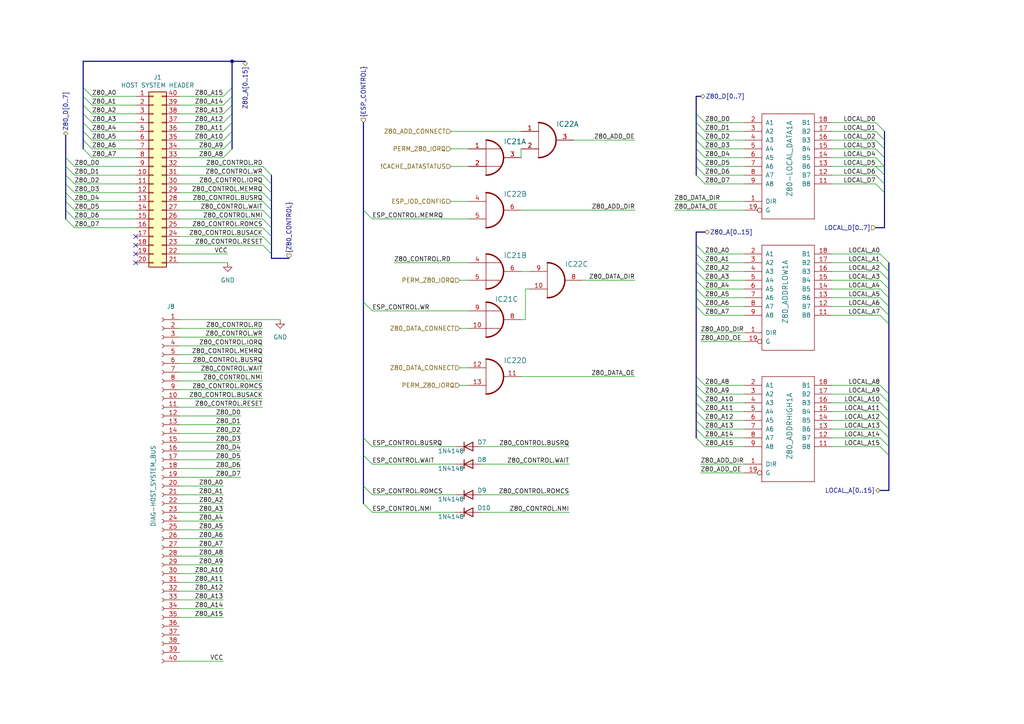
<source format=kicad_sch>
(kicad_sch (version 20230121) (generator eeschema)
  (paper "A4")
  (lib_symbols
    (symbol "Connector_Generic:Conn_02x20_Counter_Clockwise" (pin_names (offset 1.016) hide)
      (property "Reference" "J" (at 1.27 25.4 0))
      (property "Value" "Conn_02x20_Counter_Clockwise" (at 1.27 -27.94 0))
      (symbol "Conn_02x20_Counter_Clockwise_1_1"
        (pin passive line (at -5.08 22.86 0) (length 3.81) (name "Pin_1") (number "1"))
        (pin passive line (at -5.08 0 0) (length 3.81) (name "Pin_10") (number "10"))
        (pin passive line (at -5.08 -2.54 0) (length 3.81) (name "Pin_11") (number "11"))
        (pin passive line (at -5.08 -5.08 0) (length 3.81) (name "Pin_12") (number "12"))
        (pin passive line (at -5.08 -7.62 0) (length 3.81) (name "Pin_13") (number "13"))
        (pin passive line (at -5.08 -10.16 0) (length 3.81) (name "Pin_14") (number "14"))
        (pin passive line (at -5.08 -12.7 0) (length 3.81) (name "Pin_15") (number "15"))
        (pin passive line (at -5.08 -15.24 0) (length 3.81) (name "Pin_16") (number "16"))
        (pin passive line (at -5.08 -17.78 0) (length 3.81) (name "Pin_17") (number "17"))
        (pin passive line (at -5.08 -20.32 0) (length 3.81) (name "Pin_18") (number "18"))
        (pin passive line (at -5.08 -22.86 0) (length 3.81) (name "Pin_19") (number "19"))
        (pin passive line (at -5.08 20.32 0) (length 3.81) (name "Pin_2") (number "2"))
        (pin passive line (at -5.08 -25.4 0) (length 3.81) (name "Pin_20") (number "20"))
        (pin passive line (at 7.62 -25.4 180) (length 3.81) (name "Pin_21") (number "21"))
        (pin passive line (at 7.62 -22.86 180) (length 3.81) (name "Pin_22") (number "22"))
        (pin passive line (at 7.62 -20.32 180) (length 3.81) (name "Pin_23") (number "23"))
        (pin passive line (at 7.62 -17.78 180) (length 3.81) (name "Pin_24") (number "24"))
        (pin passive line (at 7.62 -15.24 180) (length 3.81) (name "Pin_25") (number "25"))
        (pin passive line (at 7.62 -12.7 180) (length 3.81) (name "Pin_26") (number "26"))
        (pin passive line (at 7.62 -10.16 180) (length 3.81) (name "Pin_27") (number "27"))
        (pin passive line (at 7.62 -7.62 180) (length 3.81) (name "Pin_28") (number "28"))
        (pin passive line (at 7.62 -5.08 180) (length 3.81) (name "Pin_29") (number "29"))
        (pin passive line (at -5.08 17.78 0) (length 3.81) (name "Pin_3") (number "3"))
        (pin passive line (at 7.62 -2.54 180) (length 3.81) (name "Pin_30") (number "30"))
        (pin passive line (at 7.62 0 180) (length 3.81) (name "Pin_31") (number "31"))
        (pin passive line (at 7.62 2.54 180) (length 3.81) (name "Pin_32") (number "32"))
        (pin passive line (at 7.62 5.08 180) (length 3.81) (name "Pin_33") (number "33"))
        (pin passive line (at 7.62 7.62 180) (length 3.81) (name "Pin_34") (number "34"))
        (pin passive line (at 7.62 10.16 180) (length 3.81) (name "Pin_35") (number "35"))
        (pin passive line (at 7.62 12.7 180) (length 3.81) (name "Pin_36") (number "36"))
        (pin passive line (at 7.62 15.24 180) (length 3.81) (name "Pin_37") (number "37"))
        (pin passive line (at 7.62 17.78 180) (length 3.81) (name "Pin_38") (number "38"))
        (pin passive line (at 7.62 20.32 180) (length 3.81) (name "Pin_39") (number "39"))
        (pin passive line (at -5.08 15.24 0) (length 3.81) (name "Pin_4") (number "4"))
        (pin passive line (at 7.62 22.86 180) (length 3.81) (name "Pin_40") (number "40"))
        (pin passive line (at -5.08 12.7 0) (length 3.81) (name "Pin_5") (number "5"))
        (pin passive line (at -5.08 10.16 0) (length 3.81) (name "Pin_6") (number "6"))
        (pin passive line (at -5.08 7.62 0) (length 3.81) (name "Pin_7") (number "7"))
        (pin passive line (at -5.08 5.08 0) (length 3.81) (name "Pin_8") (number "8"))
        (pin passive line (at -5.08 2.54 0) (length 3.81) (name "Pin_9") (number "9"))
      )
    )
    (symbol "Device:D" (pin_numbers hide) (pin_names (offset 1.016) hide)
      (property "Reference" "D" (at 0 2.54 0))
      (property "Value" "D" (at 0 -2.54 0))
      (symbol "D_1_1"
        (pin passive line (at -3.81 0 0) (length 2.54) (name "K") (number "1"))
        (pin passive line (at 3.81 0 180) (length 2.54) (name "A") (number "2"))
      )
    )
    (symbol "FujiNet_Z80Bus_Reference-rescue:7408N-Z80Decoder-eagle-import" (pin_names (offset 1.016))
      (property "Reference" "IC" (at -0.635 -0.635 0))
      (symbol "7408N-Z80Decoder-eagle-import_1_0"
        (pin input line (at -7.62 2.54 0) (length 5.08) (name "I0") (number "1"))
        (pin input line (at -7.62 -2.54 0) (length 5.08) (name "I1") (number "2"))
        (pin output line (at 7.62 0 180) (length 5.08) (name "O") (number "3"))
      )
      (symbol "7408N-Z80Decoder-eagle-import_2_0"
        (pin input line (at -7.62 2.54 0) (length 5.08) (name "I0") (number "4"))
        (pin input line (at -7.62 -2.54 0) (length 5.08) (name "I1") (number "5"))
        (pin output line (at 7.62 0 180) (length 5.08) (name "O") (number "6"))
      )
      (symbol "7408N-Z80Decoder-eagle-import_3_0"
        (pin input line (at -7.62 -2.54 0) (length 5.08) (name "I1") (number "10"))
        (pin output line (at 7.62 0 180) (length 5.08) (name "O") (number "8"))
        (pin input line (at -7.62 2.54 0) (length 5.08) (name "I0") (number "9"))
      )
      (symbol "7408N-Z80Decoder-eagle-import_4_0"
        (pin output line (at 7.62 0 180) (length 5.08) (name "O") (number "11"))
        (pin input line (at -7.62 2.54 0) (length 5.08) (name "I0") (number "12"))
        (pin input line (at -7.62 -2.54 0) (length 5.08) (name "I1") (number "13"))
      )
      (symbol "7408N-Z80Decoder-eagle-import_5_0"
        (text "GND" (at 1.905 -5.842 900) (effects (font (size 1.0668 1.0668)) (justify left bottom)))
        (text "VCC" (at 1.905 2.54 900) (effects (font (size 1.0668 1.0668)) (justify left bottom)))
        (pin power_in line (at 0 7.62 270) (length 5.08) (name "VCC") (number "14"))
        (pin power_in line (at 0 -7.62 90) (length 5.08) (name "GND") (number "7"))
      )
    )
    (symbol "FujiNet_Z80Bus_Reference-rescue:74245N-Z80Decoder-eagle-import" (pin_names (offset 1.016))
      (property "Reference" "IC" (at -0.635 -0.635 0))
      (symbol "74245N-Z80Decoder-eagle-import_1_0"
        (pin input line (at -12.7 -10.16 0) (length 5.08) (name "DIR") (number "1"))
        (pin bidirectional line (at 12.7 -5.08 180) (length 5.08) (name "B8") (number "11"))
        (pin bidirectional line (at 12.7 -2.54 180) (length 5.08) (name "B7") (number "12"))
        (pin bidirectional line (at 12.7 0 180) (length 5.08) (name "B6") (number "13"))
        (pin bidirectional line (at 12.7 2.54 180) (length 5.08) (name "B5") (number "14"))
        (pin bidirectional line (at 12.7 5.08 180) (length 5.08) (name "B4") (number "15"))
        (pin bidirectional line (at 12.7 7.62 180) (length 5.08) (name "B3") (number "16"))
        (pin bidirectional line (at 12.7 10.16 180) (length 5.08) (name "B2") (number "17"))
        (pin bidirectional line (at 12.7 12.7 180) (length 5.08) (name "B1") (number "18"))
        (pin input inverted (at -12.7 -12.7 0) (length 5.08) (name "G") (number "19"))
        (pin bidirectional line (at -12.7 12.7 0) (length 5.08) (name "A1") (number "2"))
        (pin bidirectional line (at -12.7 10.16 0) (length 5.08) (name "A2") (number "3"))
        (pin bidirectional line (at -12.7 7.62 0) (length 5.08) (name "A3") (number "4"))
        (pin bidirectional line (at -12.7 5.08 0) (length 5.08) (name "A4") (number "5"))
        (pin bidirectional line (at -12.7 2.54 0) (length 5.08) (name "A5") (number "6"))
        (pin bidirectional line (at -12.7 0 0) (length 5.08) (name "A6") (number "7"))
        (pin bidirectional line (at -12.7 -2.54 0) (length 5.08) (name "A7") (number "8"))
        (pin bidirectional line (at -12.7 -5.08 0) (length 5.08) (name "A8") (number "9"))
      )
      (symbol "74245N-Z80Decoder-eagle-import_2_0"
        (text "GND" (at 1.905 -5.842 900) (effects (font (size 1.0668 1.0668)) (justify left bottom)))
        (text "VCC" (at 1.905 2.54 900) (effects (font (size 1.0668 1.0668)) (justify left bottom)))
        (pin power_in line (at 0 -7.62 90) (length 5.08) (name "GND") (number "10"))
        (pin power_in line (at 0 7.62 270) (length 5.08) (name "VCC") (number "20"))
      )
    )
    (symbol "FujiNet_Z80Bus_Reference-rescue:7432N-Z80Decoder-eagle-import" (pin_names (offset 1.016))
      (property "Reference" "IC" (at -0.635 -0.635 0))
      (symbol "7432N-Z80Decoder-eagle-import_1_0"
        (pin input line (at -7.62 2.54 0) (length 5.08) (name "I0") (number "1"))
        (pin input line (at -7.62 -2.54 0) (length 5.08) (name "I1") (number "2"))
        (pin output line (at 7.62 0 180) (length 5.08) (name "O") (number "3"))
      )
      (symbol "7432N-Z80Decoder-eagle-import_2_0"
        (pin input line (at -7.62 2.54 0) (length 5.08) (name "I0") (number "4"))
        (pin input line (at -7.62 -2.54 0) (length 5.08) (name "I1") (number "5"))
        (pin output line (at 7.62 0 180) (length 5.08) (name "O") (number "6"))
      )
      (symbol "7432N-Z80Decoder-eagle-import_3_0"
        (pin input line (at -7.62 -2.54 0) (length 5.08) (name "I1") (number "10"))
        (pin output line (at 7.62 0 180) (length 5.08) (name "O") (number "8"))
        (pin input line (at -7.62 2.54 0) (length 5.08) (name "I0") (number "9"))
      )
      (symbol "7432N-Z80Decoder-eagle-import_4_0"
        (pin output line (at 7.62 0 180) (length 5.08) (name "O") (number "11"))
        (pin input line (at -7.62 2.54 0) (length 5.08) (name "I0") (number "12"))
        (pin input line (at -7.62 -2.54 0) (length 5.08) (name "I1") (number "13"))
      )
      (symbol "7432N-Z80Decoder-eagle-import_5_0"
        (text "GND" (at 1.905 -5.842 900) (effects (font (size 1.0668 1.0668)) (justify left bottom)))
        (text "VCC" (at 1.905 2.54 900) (effects (font (size 1.0668 1.0668)) (justify left bottom)))
        (pin power_in line (at 0 7.62 270) (length 5.08) (name "VCC") (number "14"))
        (pin power_in line (at 0 -7.62 90) (length 5.08) (name "GND") (number "7"))
      )
    )
    (symbol "FujiNet_Z80Bus_Reference-rescue:Conn_01x40_Female-Connector" (pin_names (offset 1.016) hide)
      (property "Reference" "J" (at 0 50.8 0))
      (property "Value" "Connector_Conn_01x40_Female" (at 0 -53.34 0))
      (symbol "Conn_01x40_Female-Connector_1_1"
        (pin passive line (at -5.08 48.26 0) (length 3.81) (name "Pin_1") (number "1"))
        (pin passive line (at -5.08 25.4 0) (length 3.81) (name "Pin_10") (number "10"))
        (pin passive line (at -5.08 22.86 0) (length 3.81) (name "Pin_11") (number "11"))
        (pin passive line (at -5.08 20.32 0) (length 3.81) (name "Pin_12") (number "12"))
        (pin passive line (at -5.08 17.78 0) (length 3.81) (name "Pin_13") (number "13"))
        (pin passive line (at -5.08 15.24 0) (length 3.81) (name "Pin_14") (number "14"))
        (pin passive line (at -5.08 12.7 0) (length 3.81) (name "Pin_15") (number "15"))
        (pin passive line (at -5.08 10.16 0) (length 3.81) (name "Pin_16") (number "16"))
        (pin passive line (at -5.08 7.62 0) (length 3.81) (name "Pin_17") (number "17"))
        (pin passive line (at -5.08 5.08 0) (length 3.81) (name "Pin_18") (number "18"))
        (pin passive line (at -5.08 2.54 0) (length 3.81) (name "Pin_19") (number "19"))
        (pin passive line (at -5.08 45.72 0) (length 3.81) (name "Pin_2") (number "2"))
        (pin passive line (at -5.08 0 0) (length 3.81) (name "Pin_20") (number "20"))
        (pin passive line (at -5.08 -2.54 0) (length 3.81) (name "Pin_21") (number "21"))
        (pin passive line (at -5.08 -5.08 0) (length 3.81) (name "Pin_22") (number "22"))
        (pin passive line (at -5.08 -7.62 0) (length 3.81) (name "Pin_23") (number "23"))
        (pin passive line (at -5.08 -10.16 0) (length 3.81) (name "Pin_24") (number "24"))
        (pin passive line (at -5.08 -12.7 0) (length 3.81) (name "Pin_25") (number "25"))
        (pin passive line (at -5.08 -15.24 0) (length 3.81) (name "Pin_26") (number "26"))
        (pin passive line (at -5.08 -17.78 0) (length 3.81) (name "Pin_27") (number "27"))
        (pin passive line (at -5.08 -20.32 0) (length 3.81) (name "Pin_28") (number "28"))
        (pin passive line (at -5.08 -22.86 0) (length 3.81) (name "Pin_29") (number "29"))
        (pin passive line (at -5.08 43.18 0) (length 3.81) (name "Pin_3") (number "3"))
        (pin passive line (at -5.08 -25.4 0) (length 3.81) (name "Pin_30") (number "30"))
        (pin passive line (at -5.08 -27.94 0) (length 3.81) (name "Pin_31") (number "31"))
        (pin passive line (at -5.08 -30.48 0) (length 3.81) (name "Pin_32") (number "32"))
        (pin passive line (at -5.08 -33.02 0) (length 3.81) (name "Pin_33") (number "33"))
        (pin passive line (at -5.08 -35.56 0) (length 3.81) (name "Pin_34") (number "34"))
        (pin passive line (at -5.08 -38.1 0) (length 3.81) (name "Pin_35") (number "35"))
        (pin passive line (at -5.08 -40.64 0) (length 3.81) (name "Pin_36") (number "36"))
        (pin passive line (at -5.08 -43.18 0) (length 3.81) (name "Pin_37") (number "37"))
        (pin passive line (at -5.08 -45.72 0) (length 3.81) (name "Pin_38") (number "38"))
        (pin passive line (at -5.08 -48.26 0) (length 3.81) (name "Pin_39") (number "39"))
        (pin passive line (at -5.08 40.64 0) (length 3.81) (name "Pin_4") (number "4"))
        (pin passive line (at -5.08 -50.8 0) (length 3.81) (name "Pin_40") (number "40"))
        (pin passive line (at -5.08 38.1 0) (length 3.81) (name "Pin_5") (number "5"))
        (pin passive line (at -5.08 35.56 0) (length 3.81) (name "Pin_6") (number "6"))
        (pin passive line (at -5.08 33.02 0) (length 3.81) (name "Pin_7") (number "7"))
        (pin passive line (at -5.08 30.48 0) (length 3.81) (name "Pin_8") (number "8"))
        (pin passive line (at -5.08 27.94 0) (length 3.81) (name "Pin_9") (number "9"))
      )
    )
    (symbol "power:GND" (power) (pin_names (offset 0))
      (property "Value" "GND" (at 0 -3.81 0))
      (symbol "GND_1_1"
        (pin power_in line (at 0 0 270) (length 0) hide (name "GND") (number "1"))
      )
    )
  )
  (junction (at 67.31 17.78))
  (no_connect (at 39.37 73.66))
  (no_connect (at 39.37 68.58))
  (no_connect (at 39.37 71.12))
  (no_connect (at 39.37 76.2))
  (bus_entry (at 254 40.64) (size 2.54 2.54))
  (bus_entry (at 255.27 83.82) (size 2.54 2.54))
  (bus_entry (at 19.05 48.26) (size 2.54 2.54))
  (bus_entry (at 67.31 35.56) (size -2.54 2.54))
  (bus_entry (at 105.41 132.08) (size 2.54 2.54))
  (bus_entry (at 67.31 30.48) (size -2.54 2.54))
  (bus_entry (at 76.2 60.96) (size 2.54 2.54))
  (bus_entry (at 201.93 38.1) (size 2.54 2.54))
  (bus_entry (at 201.93 86.36) (size 2.54 2.54))
  (bus_entry (at 254 35.56) (size 2.54 2.54))
  (bus_entry (at 76.2 50.8) (size 2.54 2.54))
  (bus_entry (at 105.41 60.96) (size 2.54 2.54))
  (bus_entry (at 201.93 35.56) (size 2.54 2.54))
  (bus_entry (at 19.05 53.34) (size 2.54 2.54))
  (bus_entry (at 255.27 81.28) (size 2.54 2.54))
  (bus_entry (at 24.13 33.02) (size 2.54 2.54))
  (bus_entry (at 255.27 78.74) (size 2.54 2.54))
  (bus_entry (at 67.31 25.4) (size -2.54 2.54))
  (bus_entry (at 24.13 25.4) (size 2.54 2.54))
  (bus_entry (at 76.2 63.5) (size 2.54 2.54))
  (bus_entry (at 21.59 60.96) (size -2.54 -2.54))
  (bus_entry (at 201.93 88.9) (size 2.54 2.54))
  (bus_entry (at 201.93 76.2) (size 2.54 2.54))
  (bus_entry (at 67.31 33.02) (size -2.54 2.54))
  (bus_entry (at 105.41 146.05) (size 2.54 2.54))
  (bus_entry (at 255.27 73.66) (size 2.54 2.54))
  (bus_entry (at 67.31 38.1) (size -2.54 2.54))
  (bus_entry (at 254 43.18) (size 2.54 2.54))
  (bus_entry (at 255.27 86.36) (size 2.54 2.54))
  (bus_entry (at 255.27 91.44) (size 2.54 2.54))
  (bus_entry (at 255.27 124.46) (size 2.54 2.54))
  (bus_entry (at 255.27 88.9) (size 2.54 2.54))
  (bus_entry (at 201.93 50.8) (size 2.54 2.54))
  (bus_entry (at 76.2 58.42) (size 2.54 2.54))
  (bus_entry (at 201.93 78.74) (size 2.54 2.54))
  (bus_entry (at 201.93 114.3) (size 2.54 2.54))
  (bus_entry (at 255.27 76.2) (size 2.54 2.54))
  (bus_entry (at 254 45.72) (size 2.54 2.54))
  (bus_entry (at 76.2 71.12) (size 2.54 2.54))
  (bus_entry (at 105.41 127) (size 2.54 2.54))
  (bus_entry (at 254 38.1) (size 2.54 2.54))
  (bus_entry (at 254 48.26) (size 2.54 2.54))
  (bus_entry (at 255.27 129.54) (size 2.54 2.54))
  (bus_entry (at 24.13 27.94) (size 2.54 2.54))
  (bus_entry (at 24.13 38.1) (size 2.54 2.54))
  (bus_entry (at 201.93 121.92) (size 2.54 2.54))
  (bus_entry (at 201.93 127) (size 2.54 2.54))
  (bus_entry (at 255.27 127) (size 2.54 2.54))
  (bus_entry (at 19.05 63.5) (size 2.54 2.54))
  (bus_entry (at 76.2 66.04) (size 2.54 2.54))
  (bus_entry (at 201.93 83.82) (size 2.54 2.54))
  (bus_entry (at 254 53.34) (size 2.54 2.54))
  (bus_entry (at 105.41 87.63) (size 2.54 2.54))
  (bus_entry (at 76.2 55.88) (size 2.54 2.54))
  (bus_entry (at 201.93 81.28) (size 2.54 2.54))
  (bus_entry (at 201.93 43.18) (size 2.54 2.54))
  (bus_entry (at 201.93 111.76) (size 2.54 2.54))
  (bus_entry (at 19.05 60.96) (size 2.54 2.54))
  (bus_entry (at 24.13 30.48) (size 2.54 2.54))
  (bus_entry (at 201.93 45.72) (size 2.54 2.54))
  (bus_entry (at 201.93 71.12) (size 2.54 2.54))
  (bus_entry (at 255.27 114.3) (size 2.54 2.54))
  (bus_entry (at 21.59 48.26) (size -2.54 -2.54))
  (bus_entry (at 255.27 121.92) (size 2.54 2.54))
  (bus_entry (at 76.2 48.26) (size 2.54 2.54))
  (bus_entry (at 255.27 116.84) (size 2.54 2.54))
  (bus_entry (at 254 50.8) (size 2.54 2.54))
  (bus_entry (at 67.31 40.64) (size -2.54 2.54))
  (bus_entry (at 201.93 116.84) (size 2.54 2.54))
  (bus_entry (at 201.93 40.64) (size 2.54 2.54))
  (bus_entry (at 67.31 43.18) (size -2.54 2.54))
  (bus_entry (at 67.31 27.94) (size -2.54 2.54))
  (bus_entry (at 201.93 124.46) (size 2.54 2.54))
  (bus_entry (at 24.13 43.18) (size 2.54 2.54))
  (bus_entry (at 105.41 140.97) (size 2.54 2.54))
  (bus_entry (at 201.93 33.02) (size 2.54 2.54))
  (bus_entry (at 201.93 48.26) (size 2.54 2.54))
  (bus_entry (at 24.13 40.64) (size 2.54 2.54))
  (bus_entry (at 24.13 35.56) (size 2.54 2.54))
  (bus_entry (at 201.93 119.38) (size 2.54 2.54))
  (bus_entry (at 76.2 68.58) (size 2.54 2.54))
  (bus_entry (at 21.59 58.42) (size -2.54 -2.54))
  (bus_entry (at 201.93 109.22) (size 2.54 2.54))
  (bus_entry (at 21.59 53.34) (size -2.54 -2.54))
  (bus_entry (at 255.27 111.76) (size 2.54 2.54))
  (bus_entry (at 76.2 53.34) (size 2.54 2.54))
  (bus_entry (at 255.27 119.38) (size 2.54 2.54))
  (bus_entry (at 201.93 73.66) (size 2.54 2.54))
  (wire (pts (xy 52.07 113.03) (xy 76.2 113.03)))
  (wire (pts (xy 241.3 86.36) (xy 255.27 86.36)))
  (wire (pts (xy 52.07 125.73) (xy 69.85 125.73)))
  (bus (pts (xy 256.54 40.64) (xy 256.54 43.18)))
  (bus (pts (xy 201.93 71.12) (xy 201.93 73.66)))
  (bus (pts (xy 67.31 25.4) (xy 67.31 27.94)))
  (wire (pts (xy 241.3 53.34) (xy 254 53.34)))
  (bus (pts (xy 78.74 53.34) (xy 78.74 55.88)))
  (wire (pts (xy 241.3 116.84) (xy 255.27 116.84)))
  (wire (pts (xy 76.2 50.8) (xy 52.07 50.8)))
  (wire (pts (xy 52.07 138.43) (xy 69.85 138.43)))
  (wire (pts (xy 215.9 38.1) (xy 204.47 38.1)))
  (wire (pts (xy 26.67 30.48) (xy 39.37 30.48)))
  (wire (pts (xy 215.9 40.64) (xy 204.47 40.64)))
  (wire (pts (xy 107.95 134.62) (xy 132.08 134.62)))
  (wire (pts (xy 241.3 124.46) (xy 255.27 124.46)))
  (wire (pts (xy 52.07 115.57) (xy 76.2 115.57)))
  (wire (pts (xy 215.9 99.06) (xy 203.2 99.06)))
  (wire (pts (xy 76.2 58.42) (xy 52.07 58.42)))
  (wire (pts (xy 52.07 173.99) (xy 64.77 173.99)))
  (wire (pts (xy 241.3 111.76) (xy 255.27 111.76)))
  (bus (pts (xy 257.81 91.44) (xy 257.81 93.98)))
  (wire (pts (xy 133.35 111.76) (xy 135.89 111.76)))
  (bus (pts (xy 256.54 55.88) (xy 256.54 66.04)))
  (bus (pts (xy 78.74 63.5) (xy 78.74 66.04)))
  (wire (pts (xy 215.9 73.66) (xy 204.47 73.66)))
  (wire (pts (xy 135.89 63.5) (xy 107.95 63.5)))
  (bus (pts (xy 201.93 38.1) (xy 201.93 40.64)))
  (wire (pts (xy 66.04 73.66) (xy 52.07 73.66)))
  (wire (pts (xy 39.37 38.1) (xy 26.67 38.1)))
  (bus (pts (xy 19.05 45.72) (xy 19.05 48.26)))
  (bus (pts (xy 257.81 78.74) (xy 257.81 81.28)))
  (wire (pts (xy 215.9 124.46) (xy 204.47 124.46)))
  (bus (pts (xy 257.81 142.24) (xy 255.27 142.24)))
  (bus (pts (xy 78.74 55.88) (xy 78.74 58.42)))
  (wire (pts (xy 241.3 121.92) (xy 255.27 121.92)))
  (bus (pts (xy 19.05 60.96) (xy 19.05 63.5)))
  (bus (pts (xy 105.41 140.97) (xy 105.41 146.05)))
  (bus (pts (xy 201.93 83.82) (xy 201.93 86.36)))
  (wire (pts (xy 151.13 78.74) (xy 153.67 78.74)))
  (bus (pts (xy 201.93 124.46) (xy 201.93 127)))
  (wire (pts (xy 52.07 128.27) (xy 69.85 128.27)))
  (wire (pts (xy 215.9 121.92) (xy 204.47 121.92)))
  (wire (pts (xy 39.37 45.72) (xy 26.67 45.72)))
  (wire (pts (xy 52.07 168.91) (xy 64.77 168.91)))
  (wire (pts (xy 64.77 143.51) (xy 52.07 143.51)))
  (bus (pts (xy 24.13 35.56) (xy 24.13 38.1)))
  (bus (pts (xy 24.13 33.02) (xy 24.13 35.56)))
  (wire (pts (xy 66.04 76.2) (xy 52.07 76.2)))
  (bus (pts (xy 67.31 38.1) (xy 67.31 40.64)))
  (wire (pts (xy 107.95 129.54) (xy 132.08 129.54)))
  (bus (pts (xy 24.13 38.1) (xy 24.13 40.64)))
  (bus (pts (xy 67.31 17.78) (xy 67.31 25.4)))
  (bus (pts (xy 19.05 55.88) (xy 19.05 58.42)))
  (bus (pts (xy 257.81 116.84) (xy 257.81 119.38)))
  (bus (pts (xy 256.54 53.34) (xy 256.54 55.88)))
  (bus (pts (xy 257.81 129.54) (xy 257.81 132.08)))
  (wire (pts (xy 52.07 133.35) (xy 69.85 133.35)))
  (bus (pts (xy 24.13 27.94) (xy 24.13 30.48)))
  (wire (pts (xy 76.2 71.12) (xy 52.07 71.12)))
  (wire (pts (xy 151.13 38.1) (xy 130.81 38.1)))
  (bus (pts (xy 78.74 73.66) (xy 78.74 74.93)))
  (wire (pts (xy 52.07 27.94) (xy 64.77 27.94)))
  (wire (pts (xy 52.07 151.13) (xy 64.77 151.13)))
  (wire (pts (xy 241.3 119.38) (xy 255.27 119.38)))
  (wire (pts (xy 241.3 81.28) (xy 255.27 81.28)))
  (wire (pts (xy 130.81 58.42) (xy 135.89 58.42)))
  (bus (pts (xy 24.13 25.4) (xy 24.13 27.94)))
  (wire (pts (xy 241.3 88.9) (xy 255.27 88.9)))
  (bus (pts (xy 201.93 121.92) (xy 201.93 124.46)))
  (wire (pts (xy 241.3 48.26) (xy 254 48.26)))
  (wire (pts (xy 133.35 95.25) (xy 135.89 95.25)))
  (wire (pts (xy 52.07 92.71) (xy 81.28 92.71)))
  (wire (pts (xy 107.95 148.59) (xy 132.08 148.59)))
  (wire (pts (xy 215.9 127) (xy 204.47 127)))
  (bus (pts (xy 257.81 121.92) (xy 257.81 124.46)))
  (wire (pts (xy 39.37 66.04) (xy 21.59 66.04)))
  (wire (pts (xy 64.77 146.05) (xy 52.07 146.05)))
  (wire (pts (xy 64.77 153.67) (xy 52.07 153.67)))
  (wire (pts (xy 64.77 35.56) (xy 52.07 35.56)))
  (wire (pts (xy 135.89 90.17) (xy 107.95 90.17)))
  (bus (pts (xy 67.31 33.02) (xy 67.31 35.56)))
  (bus (pts (xy 105.41 87.63) (xy 105.41 127)))
  (wire (pts (xy 76.2 68.58) (xy 52.07 68.58)))
  (wire (pts (xy 215.9 60.96) (xy 195.58 60.96)))
  (wire (pts (xy 52.07 100.33) (xy 76.2 100.33)))
  (wire (pts (xy 215.9 116.84) (xy 204.47 116.84)))
  (wire (pts (xy 215.9 137.16) (xy 203.2 137.16)))
  (bus (pts (xy 257.81 93.98) (xy 257.81 114.3)))
  (bus (pts (xy 78.74 50.8) (xy 78.74 53.34)))
  (bus (pts (xy 201.93 88.9) (xy 201.93 109.22)))
  (bus (pts (xy 201.93 114.3) (xy 201.93 116.84)))
  (wire (pts (xy 52.07 102.87) (xy 76.2 102.87)))
  (wire (pts (xy 52.07 158.75) (xy 64.77 158.75)))
  (bus (pts (xy 201.93 67.31) (xy 201.93 71.12)))
  (wire (pts (xy 52.07 163.83) (xy 64.77 163.83)))
  (wire (pts (xy 135.89 48.26) (xy 130.81 48.26)))
  (bus (pts (xy 24.13 17.78) (xy 67.31 17.78)))
  (wire (pts (xy 39.37 48.26) (xy 21.59 48.26)))
  (wire (pts (xy 241.3 43.18) (xy 254 43.18)))
  (wire (pts (xy 241.3 83.82) (xy 255.27 83.82)))
  (wire (pts (xy 26.67 43.18) (xy 39.37 43.18)))
  (wire (pts (xy 215.9 81.28) (xy 204.47 81.28)))
  (bus (pts (xy 19.05 48.26) (xy 19.05 50.8)))
  (bus (pts (xy 105.41 127) (xy 105.41 132.08)))
  (wire (pts (xy 215.9 88.9) (xy 204.47 88.9)))
  (wire (pts (xy 165.1 143.51) (xy 139.7 143.51)))
  (bus (pts (xy 256.54 45.72) (xy 256.54 48.26)))
  (wire (pts (xy 215.9 48.26) (xy 204.47 48.26)))
  (wire (pts (xy 215.9 86.36) (xy 204.47 86.36)))
  (wire (pts (xy 39.37 53.34) (xy 21.59 53.34)))
  (bus (pts (xy 257.81 124.46) (xy 257.81 127)))
  (wire (pts (xy 76.2 66.04) (xy 52.07 66.04)))
  (wire (pts (xy 165.1 129.54) (xy 139.7 129.54)))
  (wire (pts (xy 26.67 40.64) (xy 39.37 40.64)))
  (bus (pts (xy 201.93 35.56) (xy 201.93 38.1)))
  (bus (pts (xy 201.93 45.72) (xy 201.93 48.26)))
  (wire (pts (xy 133.35 81.28) (xy 135.89 81.28)))
  (wire (pts (xy 241.3 91.44) (xy 255.27 91.44)))
  (bus (pts (xy 257.81 86.36) (xy 257.81 88.9)))
  (bus (pts (xy 19.05 39.37) (xy 19.05 45.72)))
  (bus (pts (xy 105.41 35.56) (xy 105.41 60.96)))
  (wire (pts (xy 215.9 35.56) (xy 204.47 35.56)))
  (bus (pts (xy 105.41 60.96) (xy 105.41 87.63)))
  (bus (pts (xy 78.74 58.42) (xy 78.74 60.96)))
  (wire (pts (xy 215.9 119.38) (xy 204.47 119.38)))
  (bus (pts (xy 201.93 76.2) (xy 201.93 78.74)))
  (bus (pts (xy 256.54 43.18) (xy 256.54 45.72)))
  (wire (pts (xy 215.9 45.72) (xy 204.47 45.72)))
  (wire (pts (xy 215.9 53.34) (xy 204.47 53.34)))
  (wire (pts (xy 241.3 73.66) (xy 255.27 73.66)))
  (wire (pts (xy 215.9 76.2) (xy 204.47 76.2)))
  (wire (pts (xy 39.37 63.5) (xy 21.59 63.5)))
  (bus (pts (xy 24.13 40.64) (xy 24.13 43.18)))
  (bus (pts (xy 24.13 17.78) (xy 24.13 25.4)))
  (bus (pts (xy 257.81 142.24) (xy 257.81 132.08)))
  (wire (pts (xy 241.3 38.1) (xy 254 38.1)))
  (bus (pts (xy 257.81 88.9) (xy 257.81 91.44)))
  (wire (pts (xy 64.77 191.77) (xy 52.07 191.77)))
  (wire (pts (xy 215.9 43.18) (xy 204.47 43.18)))
  (bus (pts (xy 256.54 50.8) (xy 256.54 53.34)))
  (bus (pts (xy 78.74 68.58) (xy 78.74 71.12)))
  (wire (pts (xy 52.07 95.25) (xy 76.2 95.25)))
  (bus (pts (xy 105.41 132.08) (xy 105.41 140.97)))
  (bus (pts (xy 201.93 73.66) (xy 201.93 76.2)))
  (wire (pts (xy 26.67 27.94) (xy 39.37 27.94)))
  (wire (pts (xy 184.15 81.28) (xy 168.91 81.28)))
  (bus (pts (xy 257.81 76.2) (xy 257.81 78.74)))
  (bus (pts (xy 78.74 74.93) (xy 83.82 74.93)))
  (wire (pts (xy 215.9 83.82) (xy 204.47 83.82)))
  (wire (pts (xy 135.89 76.2) (xy 114.3 76.2)))
  (wire (pts (xy 241.3 76.2) (xy 255.27 76.2)))
  (wire (pts (xy 151.13 60.96) (xy 184.15 60.96)))
  (bus (pts (xy 256.54 38.1) (xy 256.54 40.64)))
  (wire (pts (xy 52.07 33.02) (xy 64.77 33.02)))
  (bus (pts (xy 67.31 40.64) (xy 67.31 43.18)))
  (wire (pts (xy 52.07 123.19) (xy 69.85 123.19)))
  (wire (pts (xy 215.9 50.8) (xy 204.47 50.8)))
  (wire (pts (xy 241.3 35.56) (xy 254 35.56)))
  (bus (pts (xy 201.93 40.64) (xy 201.93 43.18)))
  (bus (pts (xy 257.81 81.28) (xy 257.81 83.82)))
  (wire (pts (xy 52.07 107.95) (xy 76.2 107.95)))
  (bus (pts (xy 78.74 66.04) (xy 78.74 68.58)))
  (wire (pts (xy 64.77 166.37) (xy 52.07 166.37)))
  (wire (pts (xy 52.07 97.79) (xy 76.2 97.79)))
  (wire (pts (xy 215.9 91.44) (xy 204.47 91.44)))
  (wire (pts (xy 151.13 45.72) (xy 151.13 43.18)))
  (bus (pts (xy 201.93 111.76) (xy 201.93 114.3)))
  (wire (pts (xy 215.9 78.74) (xy 204.47 78.74)))
  (wire (pts (xy 64.77 176.53) (xy 52.07 176.53)))
  (wire (pts (xy 76.2 60.96) (xy 52.07 60.96)))
  (wire (pts (xy 52.07 130.81) (xy 69.85 130.81)))
  (bus (pts (xy 67.31 35.56) (xy 67.31 38.1)))
  (wire (pts (xy 64.77 161.29) (xy 52.07 161.29)))
  (wire (pts (xy 241.3 114.3) (xy 255.27 114.3)))
  (wire (pts (xy 165.1 134.62) (xy 139.7 134.62)))
  (wire (pts (xy 215.9 129.54) (xy 204.47 129.54)))
  (wire (pts (xy 241.3 127) (xy 255.27 127)))
  (bus (pts (xy 201.93 116.84) (xy 201.93 119.38)))
  (wire (pts (xy 152.4 92.71) (xy 152.4 83.82)))
  (wire (pts (xy 64.77 156.21) (xy 52.07 156.21)))
  (wire (pts (xy 151.13 109.22) (xy 184.15 109.22)))
  (wire (pts (xy 215.9 96.52) (xy 203.2 96.52)))
  (bus (pts (xy 201.93 27.94) (xy 201.93 33.02)))
  (wire (pts (xy 26.67 33.02) (xy 39.37 33.02)))
  (wire (pts (xy 39.37 50.8) (xy 21.59 50.8)))
  (bus (pts (xy 201.93 86.36) (xy 201.93 88.9)))
  (wire (pts (xy 215.9 114.3) (xy 204.47 114.3)))
  (wire (pts (xy 52.07 120.65) (xy 69.85 120.65)))
  (wire (pts (xy 165.1 148.59) (xy 139.7 148.59)))
  (wire (pts (xy 52.07 38.1) (xy 64.77 38.1)))
  (wire (pts (xy 76.2 63.5) (xy 52.07 63.5)))
  (wire (pts (xy 39.37 58.42) (xy 21.59 58.42)))
  (bus (pts (xy 78.74 71.12) (xy 78.74 73.66)))
  (wire (pts (xy 76.2 48.26) (xy 52.07 48.26)))
  (wire (pts (xy 166.37 40.64) (xy 184.15 40.64)))
  (wire (pts (xy 64.77 140.97) (xy 52.07 140.97)))
  (bus (pts (xy 78.74 60.96) (xy 78.74 63.5)))
  (wire (pts (xy 254 48.26) (xy 256.54 48.26)))
  (wire (pts (xy 52.07 118.11) (xy 76.2 118.11)))
  (bus (pts (xy 204.47 67.31) (xy 201.93 67.31)))
  (wire (pts (xy 133.35 106.68) (xy 135.89 106.68)))
  (bus (pts (xy 19.05 53.34) (xy 19.05 55.88)))
  (wire (pts (xy 215.9 58.42) (xy 195.58 58.42)))
  (bus (pts (xy 254 66.04) (xy 256.54 66.04)))
  (bus (pts (xy 201.93 48.26) (xy 201.93 50.8)))
  (wire (pts (xy 52.07 135.89) (xy 69.85 135.89)))
  (wire (pts (xy 64.77 148.59) (xy 52.07 148.59)))
  (wire (pts (xy 39.37 55.88) (xy 21.59 55.88)))
  (wire (pts (xy 52.07 110.49) (xy 76.2 110.49)))
  (bus (pts (xy 203.2 27.94) (xy 201.93 27.94)))
  (wire (pts (xy 64.77 30.48) (xy 52.07 30.48)))
  (wire (pts (xy 241.3 129.54) (xy 255.27 129.54)))
  (bus (pts (xy 201.93 78.74) (xy 201.93 81.28)))
  (bus (pts (xy 257.81 119.38) (xy 257.81 121.92)))
  (bus (pts (xy 257.81 83.82) (xy 257.81 86.36)))
  (wire (pts (xy 241.3 45.72) (xy 254 45.72)))
  (wire (pts (xy 64.77 171.45) (xy 52.07 171.45)))
  (bus (pts (xy 24.13 30.48) (xy 24.13 33.02)))
  (bus (pts (xy 71.12 17.78) (xy 67.31 17.78)))
  (bus (pts (xy 256.54 48.26) (xy 256.54 50.8)))
  (wire (pts (xy 152.4 83.82) (xy 153.67 83.82)))
  (bus (pts (xy 19.05 50.8) (xy 19.05 53.34)))
  (wire (pts (xy 76.2 55.88) (xy 52.07 55.88)))
  (wire (pts (xy 215.9 111.76) (xy 204.47 111.76)))
  (wire (pts (xy 76.2 53.34) (xy 52.07 53.34)))
  (wire (pts (xy 107.95 143.51) (xy 132.08 143.51)))
  (wire (pts (xy 135.89 43.18) (xy 130.81 43.18)))
  (bus (pts (xy 257.81 127) (xy 257.81 129.54)))
  (wire (pts (xy 215.9 134.62) (xy 203.2 134.62)))
  (wire (pts (xy 241.3 40.64) (xy 254 40.64)))
  (wire (pts (xy 52.07 105.41) (xy 76.2 105.41)))
  (wire (pts (xy 39.37 60.96) (xy 21.59 60.96)))
  (bus (pts (xy 201.93 119.38) (xy 201.93 121.92)))
  (bus (pts (xy 257.81 114.3) (xy 257.81 116.84)))
  (wire (pts (xy 64.77 45.72) (xy 52.07 45.72)))
  (wire (pts (xy 241.3 50.8) (xy 254 50.8)))
  (bus (pts (xy 201.93 109.22) (xy 201.93 111.76)))
  (bus (pts (xy 201.93 43.18) (xy 201.93 45.72)))
  (bus (pts (xy 67.31 27.94) (xy 67.31 30.48)))
  (wire (pts (xy 52.07 43.18) (xy 64.77 43.18)))
  (wire (pts (xy 52.07 179.07) (xy 64.77 179.07)))
  (bus (pts (xy 201.93 81.28) (xy 201.93 83.82)))
  (bus (pts (xy 19.05 58.42) (xy 19.05 60.96)))
  (bus (pts (xy 67.31 30.48) (xy 67.31 33.02)))
  (wire (pts (xy 241.3 78.74) (xy 255.27 78.74)))
  (wire (pts (xy 64.77 40.64) (xy 52.07 40.64)))
  (bus (pts (xy 201.93 33.02) (xy 201.93 35.56)))
  (wire (pts (xy 151.13 92.71) (xy 152.4 92.71)))
  (wire (pts (xy 26.67 35.56) (xy 39.37 35.56)))
  (label "LOCAL_A3" (at 255.27 81.28 180))
  (label "Z80_D0" (at 69.85 120.65 180))
  (label "Z80_A12" (at 64.77 171.45 180))
  (label "Z80_ADD_DIR" (at 184.15 60.96 180))
  (label "LOCAL_A6" (at 255.27 88.9 180))
  (label "LOCAL_A0" (at 255.27 73.66 180))
  (label "Z80_D3" (at 21.59 55.88 0))
  (label "Z80_CONTROL.ROMCS" (at 76.2 113.03 180))
  (label "Z80_D2" (at 204.47 40.64 0))
  (label "Z80_A0" (at 64.77 140.97 180))
  (label "Z80_D3" (at 204.47 43.18 0))
  (label "LOCAL_A8" (at 255.27 111.76 180))
  (label "Z80_A0" (at 26.67 27.94 0))
  (label "Z80_D2" (at 69.85 125.73 180))
  (label "Z80_A7" (at 204.47 91.44 0))
  (label "LOCAL_A12" (at 255.27 121.92 180))
  (label "LOCAL_A15" (at 255.27 129.54 180))
  (label "Z80_A9" (at 64.77 163.83 180))
  (label "Z80_D0" (at 21.59 48.26 0))
  (label "Z80_CONTROL.BUSRQ" (at 165.1 129.54 180))
  (label "Z80_A12" (at 64.77 35.56 180))
  (label "LOCAL_D0" (at 254 35.56 180))
  (label "Z80_D5" (at 69.85 133.35 180))
  (label "Z80_CONTROL.WAIT" (at 165.1 134.62 180))
  (label "Z80_D6" (at 69.85 135.89 180))
  (label "Z80_A9" (at 204.47 114.3 0))
  (label "Z80_D7" (at 204.47 53.34 0))
  (label "Z80_A0" (at 204.47 73.66 0))
  (label "Z80_A4" (at 26.67 38.1 0))
  (label "LOCAL_D3" (at 254 43.18 180))
  (label "Z80_A2" (at 204.47 78.74 0))
  (label "Z80_A11" (at 64.77 168.91 180))
  (label "Z80_CONTROL.ROMCS" (at 165.1 143.51 180))
  (label "Z80_A4" (at 64.77 151.13 180))
  (label "VCC" (at 64.77 191.77 180))
  (label "LOCAL_A1" (at 255.27 76.2 180))
  (label "Z80_A2" (at 64.77 146.05 180))
  (label "Z80_CONTROL.WR" (at 76.2 50.8 180))
  (label "Z80_D0" (at 204.47 35.56 0))
  (label "LOCAL_A5" (at 255.27 86.36 180))
  (label "Z80_CONTROL.IORQ" (at 76.2 53.34 180))
  (label "Z80_A13" (at 64.77 173.99 180))
  (label "Z80_A6" (at 204.47 88.9 0))
  (label "Z80_ADD_DIR" (at 203.2 134.62 0))
  (label "Z80_A1" (at 64.77 143.51 180))
  (label "Z80_CONTROL.NMI" (at 76.2 63.5 180))
  (label "Z80_A7" (at 64.77 158.75 180))
  (label "LOCAL_D7" (at 254 53.34 180))
  (label "Z80_D4" (at 69.85 130.81 180))
  (label "Z80_ADD_DIR" (at 203.2 96.52 0))
  (label "Z80_D1" (at 21.59 50.8 0))
  (label "Z80_A3" (at 64.77 148.59 180))
  (label "Z80_A5" (at 204.47 86.36 0))
  (label "LOCAL_D2" (at 254 40.64 180))
  (label "Z80_D5" (at 204.47 48.26 0))
  (label "Z80_A14" (at 64.77 30.48 180))
  (label "Z80_A13" (at 64.77 33.02 180))
  (label "Z80_CONTROL.IORQ" (at 76.2 100.33 180))
  (label "Z80_A10" (at 64.77 166.37 180))
  (label "LOCAL_D1" (at 254 38.1 180))
  (label "Z80_CONTROL.RD" (at 76.2 48.26 180))
  (label "Z80_CONTROL.BUSACK" (at 76.2 68.58 180))
  (label "Z80_CONTROL.BUSACK" (at 76.2 115.57 180))
  (label "Z80_D3" (at 69.85 128.27 180))
  (label "ESP_CONTROL.WR" (at 107.95 90.17 0))
  (label "Z80_CONTROL.RD" (at 114.3 76.2 0))
  (label "VCC" (at 66.04 73.66 180))
  (label "Z80_CONTROL.RESET" (at 76.2 118.11 180))
  (label "Z80_A8" (at 64.77 161.29 180))
  (label "Z80_ADD_OE" (at 203.2 137.16 0))
  (label "ESP_CONTROL.ROMCS" (at 107.95 143.51 0))
  (label "Z80_A1" (at 204.47 76.2 0))
  (label "Z80_CONTROL.WAIT" (at 76.2 60.96 180))
  (label "Z80_A5" (at 26.67 40.64 0))
  (label "Z80_CONTROL.WAIT" (at 76.2 107.95 180))
  (label "LOCAL_D5" (at 254 48.26 180))
  (label "ESP_CONTROL.NMI" (at 107.95 148.59 0))
  (label "Z80_A4" (at 204.47 83.82 0))
  (label "Z80_A15" (at 64.77 179.07 180))
  (label "Z80_A10" (at 64.77 40.64 180))
  (label "Z80_CONTROL.RD" (at 76.2 95.25 180))
  (label "Z80_A6" (at 64.77 156.21 180))
  (label "Z80_A14" (at 64.77 176.53 180))
  (label "LOCAL_A7" (at 255.27 91.44 180))
  (label "Z80_CONTROL.WR" (at 76.2 97.79 180))
  (label "Z80_A9" (at 64.77 43.18 180))
  (label "Z80_D6" (at 204.47 50.8 0))
  (label "Z80_D4" (at 21.59 58.42 0))
  (label "Z80_A3" (at 26.67 35.56 0))
  (label "Z80_D1" (at 204.47 38.1 0))
  (label "Z80_CONTROL.MEMRQ" (at 76.2 55.88 180))
  (label "Z80_A15" (at 204.47 129.54 0))
  (label "Z80_CONTROL.MEMRQ" (at 76.2 102.87 180))
  (label "Z80_D7" (at 69.85 138.43 180))
  (label "Z80_CONTROL.ROMCS" (at 76.2 66.04 180))
  (label "Z80_A10" (at 204.47 116.84 0))
  (label "LOCAL_A13" (at 255.27 124.46 180))
  (label "Z80_A2" (at 26.67 33.02 0))
  (label "LOCAL_D6" (at 254 50.8 180))
  (label "Z80_ADD_OE" (at 184.15 40.64 180))
  (label "Z80_ADD_OE" (at 203.2 99.06 0))
  (label "Z80_A11" (at 64.77 38.1 180))
  (label "Z80_DATA_OE" (at 184.15 109.22 180))
  (label "Z80_DATA_DIR" (at 184.15 81.28 180))
  (label "Z80_A14" (at 204.47 127 0))
  (label "Z80_DATA_OE" (at 195.58 60.96 0))
  (label "LOCAL_A14" (at 255.27 127 180))
  (label "Z80_A1" (at 26.67 30.48 0))
  (label "Z80_D1" (at 69.85 123.19 180))
  (label "Z80_A11" (at 204.47 119.38 0))
  (label "Z80_A7" (at 26.67 45.72 0))
  (label "LOCAL_A10" (at 255.27 116.84 180))
  (label "Z80_CONTROL.NMI" (at 165.1 148.59 180))
  (label "Z80_D5" (at 21.59 60.96 0))
  (label "LOCAL_A11" (at 255.27 119.38 180))
  (label "Z80_A8" (at 204.47 111.76 0))
  (label "Z80_A15" (at 64.77 27.94 180))
  (label "Z80_CONTROL.BUSRQ" (at 76.2 58.42 180))
  (label "LOCAL_D4" (at 254 45.72 180))
  (label "Z80_D4" (at 204.47 45.72 0))
  (label "Z80_A6" (at 26.67 43.18 0))
  (label "ESP_CONTROL.MEMRQ" (at 107.95 63.5 0))
  (label "Z80_A13" (at 204.47 124.46 0))
  (label "LOCAL_A9" (at 255.27 114.3 180))
  (label "Z80_D7" (at 21.59 66.04 0))
  (label "LOCAL_A4" (at 255.27 83.82 180))
  (label "Z80_DATA_DIR" (at 195.58 58.42 0))
  (label "Z80_A3" (at 204.47 81.28 0))
  (label "Z80_CONTROL.NMI" (at 76.2 110.49 180))
  (label "Z80_CONTROL.BUSRQ" (at 76.2 105.41 180))
  (label "Z80_D6" (at 21.59 63.5 0))
  (label "Z80_D2" (at 21.59 53.34 0))
  (label "Z80_A5" (at 64.77 153.67 180))
  (label "Z80_A8" (at 64.77 45.72 180))
  (label "Z80_CONTROL.RESET" (at 76.2 71.12 180))
  (label "ESP_CONTROL.WAIT" (at 107.95 134.62 0))
  (label "ESP_CONTROL.BUSRQ" (at 107.95 129.54 0))
  (label "LOCAL_A2" (at 255.27 78.74 180))
  (label "Z80_A12" (at 204.47 121.92 0))
  (hierarchical_label "PERM_Z80_IORQ" (shape input) (at 133.35 111.76 180))
  (hierarchical_label "Z80_A[0..15]" (shape bidirectional) (at 204.47 67.31 0))
  (hierarchical_label "{Z80_CONTROL}" (shape input) (at 83.82 74.93 90))
  (hierarchical_label "{ESP_CONTROL}" (shape input) (at 105.41 35.56 90))
  (hierarchical_label "PERM_Z80_IORQ" (shape input) (at 133.35 81.28 180))
  (hierarchical_label "Z80_D[0..7]" (shape bidirectional) (at 203.2 27.94 0))
  (hierarchical_label "Z80_A[0..15]" (shape bidirectional) (at 71.12 17.78 270))
  (hierarchical_label "ESP_IOD_CONFIG" (shape input) (at 130.81 58.42 180))
  (hierarchical_label "LOCAL_A[0..15]" (shape bidirectional) (at 255.27 142.24 180))
  (hierarchical_label "PERM_Z80_IORQ" (shape input) (at 130.81 43.18 180))
  (hierarchical_label "Z80_D[0..7]" (shape bidirectional) (at 19.05 39.37 90))
  (hierarchical_label "!CACHE_DATASTATUS" (shape input) (at 130.81 48.26 180))
  (hierarchical_label "Z80_ADD_CONNECT" (shape input) (at 130.81 38.1 180))
  (hierarchical_label "Z80_DATA_CONNECT" (shape input) (at 133.35 95.25 180))
  (hierarchical_label "Z80_DATA_CONNECT" (shape input) (at 133.35 106.68 180))
  (hierarchical_label "LOCAL_D[0..7]" (shape input) (at 254 66.04 180))
  (symbol (lib_id "Device:D") (at 135.89 143.51 0) (unit 1)
    (property "Reference" "D9" (at 138.43 142.24 0) (effects (justify left)))
    (property "Value" "1N4148" (at 127 144.78 0) (effects (justify left)))
    (property "Footprint" "Diode_THT:D_T-1_P5.08mm_Horizontal" (effects hide))
  )
  (symbol (lib_id "Device:D") (at 135.89 148.59 0) (unit 1)
    (property "Reference" "D10" (at 138.43 147.32 0) (effects (justify left)))
    (property "Value" "1N4148" (at 127 149.86 0) (effects (justify left)))
    (property "Footprint" "Diode_THT:D_T-1_P5.08mm_Horizontal" (effects hide))
  )
  (symbol (lib_id "Device:D") (at 135.89 134.62 0) (unit 1)
    (property "Reference" "D8" (at 138.43 133.35 0) (effects (justify left)))
    (property "Value" "1N4148" (at 127 135.89 0) (effects (justify left)))
    (property "Footprint" "Diode_THT:D_T-1_P5.08mm_Horizontal" (effects hide))
  )
  (symbol (lib_id "Device:D") (at 135.89 129.54 0) (unit 1)
    (property "Reference" "D7" (at 138.43 128.27 0) (effects (justify left)))
    (property "Value" "1N4148" (at 127 130.81 0) (effects (justify left)))
    (property "Footprint" "Diode_THT:D_T-1_P5.08mm_Horizontal" (effects hide))
  )
  (symbol (lib_id "FujiNet_Z80Bus_Reference-rescue:Conn_01x40_Female-Connector") (at 46.99 140.97 0) (mirror y) (unit 1)
    (property "Reference" "J8" (at 49.53 88.9 0))
    (property "Value" "DIAG-HOST_SYSTEM_BUS" (at 44.45 140.97 90))
    (property "Footprint" "Connector_PinHeader_2.54mm:PinHeader_1x40_P2.54mm_Vertical" (effects hide))
  )
  (symbol (lib_id "Connector_Generic:Conn_02x20_Counter_Clockwise") (at 44.45 50.8 0) (unit 1)
    (property "Reference" "J1" (at 45.72 22.4282 0))
    (property "Value" "HOST SYSTEM HEADER" (at 45.72 24.7396 0))
    (property "Footprint" "Connector_PinHeader_2.54mm:PinHeader_2x20_P2.54mm_Vertical" (effects hide))
  )
  (symbol (lib_id "FujiNet_Z80Bus_Reference-rescue:7408N-Z80Decoder-eagle-import") (at 161.29 81.28 0) (unit 3)
    (property "Reference" "IC22" (at 163.83 77.47 0) (effects (font (size 1.4986 1.4986)) (justify left bottom)))
    (property "Value" "7432N" (effects hide))
    (property "Footprint" "Package_DIP:DIP-14_W7.62mm_Socket" (effects hide))
    (instances (project "FujiNet_Z80Bus_Reference" (path "" (reference "IC22") (unit 3)) (path "" (reference "IC?") (unit 1))))
  )
  (symbol (lib_id "FujiNet_Z80Bus_Reference-rescue:7408N-Z80Decoder-eagle-import") (at 158.75 40.64 0) (unit 1)
    (property "Reference" "IC22" (at 161.29 36.83 0) (effects (font (size 1.4986 1.4986)) (justify left bottom)))
    (property "Value" "7432N" (effects hide))
    (property "Footprint" "Package_DIP:DIP-14_W7.62mm_Socket" (effects hide))
    (instances (project "FujiNet_Z80Bus_Reference" (path "" (reference "IC22") (unit 1)) (path "" (reference "IC?") (unit 3))))
  )
  (symbol (lib_id "FujiNet_Z80Bus_Reference-rescue:7432N-Z80Decoder-eagle-import") (at 143.51 45.72 0) (unit 1)
    (property "Reference" "IC21" (at 146.05 41.91 0) (effects (font (size 1.4986 1.4986)) (justify left bottom)))
    (property "Value" "7432N" (effects hide))
    (property "Footprint" "Package_DIP:DIP-14_W7.62mm_Socket" (effects hide))
    (instances (project "FujiNet_Z80Bus_Reference" (path "" (reference "IC21") (unit 1)) (path "" (reference "IC?") (unit 1))))
  )
  (symbol (lib_id "FujiNet_Z80Bus_Reference-rescue:74245N-Z80Decoder-eagle-import") (at 228.6 48.26 0) (unit 1)
    (property "Reference" "Z80-LOCAL_DATA1" (at 229.87 57.15 90) (effects (font (size 1.4986 1.4986)) (justify left bottom)))
    (property "Value" "74245N" (effects hide))
    (property "Footprint" "Package_DIP:DIP-20_W7.62mm_Socket" (effects hide))
    (instances (project "FujiNet_Z80Bus_Reference" (path "" (reference "Z80-LOCAL_DATA1") (unit 1)) (path "" (reference "Z80-LOCAL_DATA?") (unit 1))))
  )
  (symbol (lib_id "FujiNet_Z80Bus_Reference-rescue:7408N-Z80Decoder-eagle-import") (at 143.51 60.96 0) (unit 2)
    (property "Reference" "IC22" (at 146.05 57.15 0) (effects (font (size 1.4986 1.4986)) (justify left bottom)))
    (property "Value" "7432N" (effects hide))
    (property "Footprint" "Package_DIP:DIP-14_W7.62mm_Socket" (effects hide))
    (instances (project "FujiNet_Z80Bus_Reference" (path "" (reference "IC22") (unit 2)) (path "" (reference "IC?") (unit 4))))
  )
  (symbol (lib_id "FujiNet_Z80Bus_Reference-rescue:7408N-Z80Decoder-eagle-import") (at 143.51 109.22 0) (unit 4)
    (property "Reference" "IC22" (at 146.05 105.41 0) (effects (font (size 1.4986 1.4986)) (justify left bottom)))
    (property "Value" "7432N" (effects hide))
    (property "Footprint" "Package_DIP:DIP-14_W7.62mm_Socket" (effects hide))
    (instances (project "FujiNet_Z80Bus_Reference" (path "" (reference "IC22") (unit 4)) (path "" (reference "IC?") (unit 2))))
  )
  (symbol (lib_id "FujiNet_Z80Bus_Reference-rescue:7432N-Z80Decoder-eagle-import") (at 143.51 92.71 0) (unit 3)
    (property "Reference" "IC21" (at 143.51 87.63 0) (effects (font (size 1.4986 1.4986)) (justify left bottom)))
    (property "Value" "7432N" (effects hide))
    (property "Footprint" "Package_DIP:DIP-14_W7.62mm_Socket" (effects hide))
    (instances (project "FujiNet_Z80Bus_Reference" (path "" (reference "IC21") (unit 3)) (path "" (reference "IC?") (unit 2))))
  )
  (symbol (lib_id "FujiNet_Z80Bus_Reference-rescue:7432N-Z80Decoder-eagle-import") (at 143.51 78.74 0) (unit 2)
    (property "Reference" "IC21" (at 146.05 74.93 0) (effects (font (size 1.4986 1.4986)) (justify left bottom)))
    (property "Value" "7432N" (effects hide))
    (property "Footprint" "Package_DIP:DIP-14_W7.62mm_Socket" (effects hide))
    (instances (project "FujiNet_Z80Bus_Reference" (path "" (reference "IC21") (unit 2)) (path "" (reference "IC?") (unit 1))))
  )
  (symbol (lib_id "FujiNet_Z80Bus_Reference-rescue:74245N-Z80Decoder-eagle-import") (at 228.6 124.46 0) (unit 1)
    (property "Reference" "Z80_ADDRHIGH1" (at 229.87 133.35 90) (effects (font (size 1.4986 1.4986)) (justify left bottom)))
    (property "Value" "74245N" (effects hide))
    (property "Footprint" "Package_DIP:DIP-20_W7.62mm_Socket" (effects hide))
    (instances (project "FujiNet_Z80Bus_Reference" (path "" (reference "Z80_ADDRHIGH1") (unit 1)) (path "" (reference "Z80_ADDRHIGH?") (unit 1))))
  )
  (symbol (lib_id "FujiNet_Z80Bus_Reference-rescue:74245N-Z80Decoder-eagle-import") (at 228.6 86.36 0) (unit 1)
    (property "Reference" "Z80_ADDRLOW1" (at 228.6 93.98 90) (effects (font (size 1.4986 1.4986)) (justify left bottom)))
    (property "Value" "74245N" (effects hide))
    (property "Footprint" "Package_DIP:DIP-20_W7.62mm_Socket" (effects hide))
    (instances (project "FujiNet_Z80Bus_Reference" (path "" (reference "Z80_ADDRLOW1") (unit 1)) (path "" (reference "Z80_ADDRLOW?") (unit 1))))
  )
  (symbol (lib_id "power:GND") (at 81.28 92.71 0) (unit 1)
    (property "Reference" "#PWR018" (effects hide))
    (property "Value" "GND" (at 81.28 97.79 0))
  )
  (symbol (lib_id "power:GND") (at 66.04 76.2 0) (unit 1)
    (property "Reference" "#PWR017" (effects hide))
    (property "Value" "GND" (at 66.04 81.28 0))
  )
)
</source>
